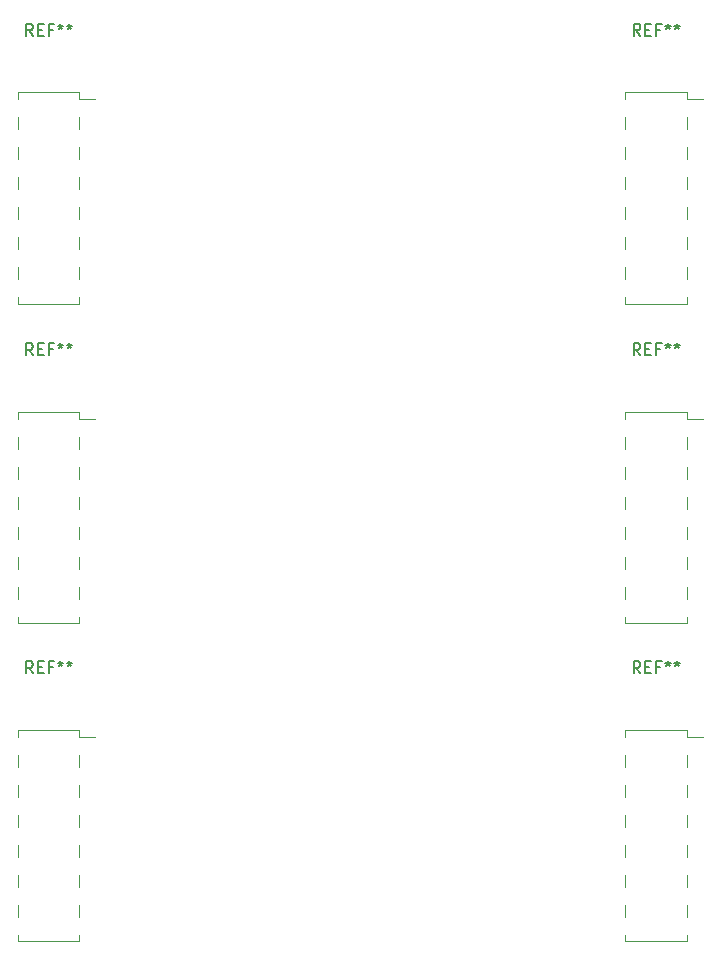
<source format=gbr>
%TF.GenerationSoftware,KiCad,Pcbnew,(5.1.6)-1*%
%TF.CreationDate,2022-05-27T14:46:48-04:00*%
%TF.ProjectId,sensor_v1,73656e73-6f72-45f7-9631-2e6b69636164,rev?*%
%TF.SameCoordinates,Original*%
%TF.FileFunction,Legend,Top*%
%TF.FilePolarity,Positive*%
%FSLAX46Y46*%
G04 Gerber Fmt 4.6, Leading zero omitted, Abs format (unit mm)*
G04 Created by KiCad (PCBNEW (5.1.6)-1) date 2022-05-27 14:46:48*
%MOMM*%
%LPD*%
G01*
G04 APERTURE LIST*
%ADD10C,0.120000*%
%ADD11C,0.150000*%
G04 APERTURE END LIST*
D10*
%TO.C,REF\u002A\u002A*%
X149292000Y-74997000D02*
X154492000Y-74997000D01*
X154492000Y-74997000D02*
X154492000Y-75567000D01*
X154492000Y-77087000D02*
X154492000Y-78107000D01*
X154492000Y-79627000D02*
X154492000Y-80647000D01*
X154492000Y-82167000D02*
X154492000Y-83187000D01*
X154492000Y-84707000D02*
X154492000Y-85727000D01*
X154492000Y-87247000D02*
X154492000Y-88267000D01*
X154492000Y-89787000D02*
X154492000Y-90807000D01*
X154492000Y-92327000D02*
X154492000Y-92897000D01*
X149292000Y-92897000D02*
X154492000Y-92897000D01*
X149292000Y-74997000D02*
X149292000Y-75567000D01*
X149292000Y-77087000D02*
X149292000Y-78107000D01*
X149292000Y-79627000D02*
X149292000Y-80647000D01*
X149292000Y-82167000D02*
X149292000Y-83187000D01*
X149292000Y-84707000D02*
X149292000Y-85727000D01*
X149292000Y-87247000D02*
X149292000Y-88267000D01*
X149292000Y-89787000D02*
X149292000Y-90807000D01*
X149292000Y-92327000D02*
X149292000Y-92897000D01*
X154492000Y-75567000D02*
X155852000Y-75567000D01*
X149292000Y-101921000D02*
X154492000Y-101921000D01*
X154492000Y-101921000D02*
X154492000Y-102491000D01*
X154492000Y-104011000D02*
X154492000Y-105031000D01*
X154492000Y-106551000D02*
X154492000Y-107571000D01*
X154492000Y-109091000D02*
X154492000Y-110111000D01*
X154492000Y-111631000D02*
X154492000Y-112651000D01*
X154492000Y-114171000D02*
X154492000Y-115191000D01*
X154492000Y-116711000D02*
X154492000Y-117731000D01*
X154492000Y-119251000D02*
X154492000Y-119821000D01*
X149292000Y-119821000D02*
X154492000Y-119821000D01*
X149292000Y-101921000D02*
X149292000Y-102491000D01*
X149292000Y-104011000D02*
X149292000Y-105031000D01*
X149292000Y-106551000D02*
X149292000Y-107571000D01*
X149292000Y-109091000D02*
X149292000Y-110111000D01*
X149292000Y-111631000D02*
X149292000Y-112651000D01*
X149292000Y-114171000D02*
X149292000Y-115191000D01*
X149292000Y-116711000D02*
X149292000Y-117731000D01*
X149292000Y-119251000D02*
X149292000Y-119821000D01*
X154492000Y-102491000D02*
X155852000Y-102491000D01*
X149292000Y-47946000D02*
X154492000Y-47946000D01*
X154492000Y-47946000D02*
X154492000Y-48516000D01*
X154492000Y-50036000D02*
X154492000Y-51056000D01*
X154492000Y-52576000D02*
X154492000Y-53596000D01*
X154492000Y-55116000D02*
X154492000Y-56136000D01*
X154492000Y-57656000D02*
X154492000Y-58676000D01*
X154492000Y-60196000D02*
X154492000Y-61216000D01*
X154492000Y-62736000D02*
X154492000Y-63756000D01*
X154492000Y-65276000D02*
X154492000Y-65846000D01*
X149292000Y-65846000D02*
X154492000Y-65846000D01*
X149292000Y-47946000D02*
X149292000Y-48516000D01*
X149292000Y-50036000D02*
X149292000Y-51056000D01*
X149292000Y-52576000D02*
X149292000Y-53596000D01*
X149292000Y-55116000D02*
X149292000Y-56136000D01*
X149292000Y-57656000D02*
X149292000Y-58676000D01*
X149292000Y-60196000D02*
X149292000Y-61216000D01*
X149292000Y-62736000D02*
X149292000Y-63756000D01*
X149292000Y-65276000D02*
X149292000Y-65846000D01*
X154492000Y-48516000D02*
X155852000Y-48516000D01*
X97857000Y-101921000D02*
X103057000Y-101921000D01*
X103057000Y-101921000D02*
X103057000Y-102491000D01*
X103057000Y-104011000D02*
X103057000Y-105031000D01*
X103057000Y-106551000D02*
X103057000Y-107571000D01*
X103057000Y-109091000D02*
X103057000Y-110111000D01*
X103057000Y-111631000D02*
X103057000Y-112651000D01*
X103057000Y-114171000D02*
X103057000Y-115191000D01*
X103057000Y-116711000D02*
X103057000Y-117731000D01*
X103057000Y-119251000D02*
X103057000Y-119821000D01*
X97857000Y-119821000D02*
X103057000Y-119821000D01*
X97857000Y-101921000D02*
X97857000Y-102491000D01*
X97857000Y-104011000D02*
X97857000Y-105031000D01*
X97857000Y-106551000D02*
X97857000Y-107571000D01*
X97857000Y-109091000D02*
X97857000Y-110111000D01*
X97857000Y-111631000D02*
X97857000Y-112651000D01*
X97857000Y-114171000D02*
X97857000Y-115191000D01*
X97857000Y-116711000D02*
X97857000Y-117731000D01*
X97857000Y-119251000D02*
X97857000Y-119821000D01*
X103057000Y-102491000D02*
X104417000Y-102491000D01*
X97857000Y-74997000D02*
X103057000Y-74997000D01*
X103057000Y-74997000D02*
X103057000Y-75567000D01*
X103057000Y-77087000D02*
X103057000Y-78107000D01*
X103057000Y-79627000D02*
X103057000Y-80647000D01*
X103057000Y-82167000D02*
X103057000Y-83187000D01*
X103057000Y-84707000D02*
X103057000Y-85727000D01*
X103057000Y-87247000D02*
X103057000Y-88267000D01*
X103057000Y-89787000D02*
X103057000Y-90807000D01*
X103057000Y-92327000D02*
X103057000Y-92897000D01*
X97857000Y-92897000D02*
X103057000Y-92897000D01*
X97857000Y-74997000D02*
X97857000Y-75567000D01*
X97857000Y-77087000D02*
X97857000Y-78107000D01*
X97857000Y-79627000D02*
X97857000Y-80647000D01*
X97857000Y-82167000D02*
X97857000Y-83187000D01*
X97857000Y-84707000D02*
X97857000Y-85727000D01*
X97857000Y-87247000D02*
X97857000Y-88267000D01*
X97857000Y-89787000D02*
X97857000Y-90807000D01*
X97857000Y-92327000D02*
X97857000Y-92897000D01*
X103057000Y-75567000D02*
X104417000Y-75567000D01*
X97857000Y-47946000D02*
X103057000Y-47946000D01*
X103057000Y-47946000D02*
X103057000Y-48516000D01*
X103057000Y-50036000D02*
X103057000Y-51056000D01*
X103057000Y-52576000D02*
X103057000Y-53596000D01*
X103057000Y-55116000D02*
X103057000Y-56136000D01*
X103057000Y-57656000D02*
X103057000Y-58676000D01*
X103057000Y-60196000D02*
X103057000Y-61216000D01*
X103057000Y-62736000D02*
X103057000Y-63756000D01*
X103057000Y-65276000D02*
X103057000Y-65846000D01*
X97857000Y-65846000D02*
X103057000Y-65846000D01*
X97857000Y-47946000D02*
X97857000Y-48516000D01*
X97857000Y-50036000D02*
X97857000Y-51056000D01*
X97857000Y-52576000D02*
X97857000Y-53596000D01*
X97857000Y-55116000D02*
X97857000Y-56136000D01*
X97857000Y-57656000D02*
X97857000Y-58676000D01*
X97857000Y-60196000D02*
X97857000Y-61216000D01*
X97857000Y-62736000D02*
X97857000Y-63756000D01*
X97857000Y-65276000D02*
X97857000Y-65846000D01*
X103057000Y-48516000D02*
X104417000Y-48516000D01*
D11*
X150558666Y-70199380D02*
X150225333Y-69723190D01*
X149987238Y-70199380D02*
X149987238Y-69199380D01*
X150368190Y-69199380D01*
X150463428Y-69247000D01*
X150511047Y-69294619D01*
X150558666Y-69389857D01*
X150558666Y-69532714D01*
X150511047Y-69627952D01*
X150463428Y-69675571D01*
X150368190Y-69723190D01*
X149987238Y-69723190D01*
X150987238Y-69675571D02*
X151320571Y-69675571D01*
X151463428Y-70199380D02*
X150987238Y-70199380D01*
X150987238Y-69199380D01*
X151463428Y-69199380D01*
X152225333Y-69675571D02*
X151892000Y-69675571D01*
X151892000Y-70199380D02*
X151892000Y-69199380D01*
X152368190Y-69199380D01*
X152892000Y-69199380D02*
X152892000Y-69437476D01*
X152653904Y-69342238D02*
X152892000Y-69437476D01*
X153130095Y-69342238D01*
X152749142Y-69627952D02*
X152892000Y-69437476D01*
X153034857Y-69627952D01*
X153653904Y-69199380D02*
X153653904Y-69437476D01*
X153415809Y-69342238D02*
X153653904Y-69437476D01*
X153892000Y-69342238D01*
X153511047Y-69627952D02*
X153653904Y-69437476D01*
X153796761Y-69627952D01*
X150558666Y-97123380D02*
X150225333Y-96647190D01*
X149987238Y-97123380D02*
X149987238Y-96123380D01*
X150368190Y-96123380D01*
X150463428Y-96171000D01*
X150511047Y-96218619D01*
X150558666Y-96313857D01*
X150558666Y-96456714D01*
X150511047Y-96551952D01*
X150463428Y-96599571D01*
X150368190Y-96647190D01*
X149987238Y-96647190D01*
X150987238Y-96599571D02*
X151320571Y-96599571D01*
X151463428Y-97123380D02*
X150987238Y-97123380D01*
X150987238Y-96123380D01*
X151463428Y-96123380D01*
X152225333Y-96599571D02*
X151892000Y-96599571D01*
X151892000Y-97123380D02*
X151892000Y-96123380D01*
X152368190Y-96123380D01*
X152892000Y-96123380D02*
X152892000Y-96361476D01*
X152653904Y-96266238D02*
X152892000Y-96361476D01*
X153130095Y-96266238D01*
X152749142Y-96551952D02*
X152892000Y-96361476D01*
X153034857Y-96551952D01*
X153653904Y-96123380D02*
X153653904Y-96361476D01*
X153415809Y-96266238D02*
X153653904Y-96361476D01*
X153892000Y-96266238D01*
X153511047Y-96551952D02*
X153653904Y-96361476D01*
X153796761Y-96551952D01*
X150558666Y-43148380D02*
X150225333Y-42672190D01*
X149987238Y-43148380D02*
X149987238Y-42148380D01*
X150368190Y-42148380D01*
X150463428Y-42196000D01*
X150511047Y-42243619D01*
X150558666Y-42338857D01*
X150558666Y-42481714D01*
X150511047Y-42576952D01*
X150463428Y-42624571D01*
X150368190Y-42672190D01*
X149987238Y-42672190D01*
X150987238Y-42624571D02*
X151320571Y-42624571D01*
X151463428Y-43148380D02*
X150987238Y-43148380D01*
X150987238Y-42148380D01*
X151463428Y-42148380D01*
X152225333Y-42624571D02*
X151892000Y-42624571D01*
X151892000Y-43148380D02*
X151892000Y-42148380D01*
X152368190Y-42148380D01*
X152892000Y-42148380D02*
X152892000Y-42386476D01*
X152653904Y-42291238D02*
X152892000Y-42386476D01*
X153130095Y-42291238D01*
X152749142Y-42576952D02*
X152892000Y-42386476D01*
X153034857Y-42576952D01*
X153653904Y-42148380D02*
X153653904Y-42386476D01*
X153415809Y-42291238D02*
X153653904Y-42386476D01*
X153892000Y-42291238D01*
X153511047Y-42576952D02*
X153653904Y-42386476D01*
X153796761Y-42576952D01*
X99123666Y-97123380D02*
X98790333Y-96647190D01*
X98552238Y-97123380D02*
X98552238Y-96123380D01*
X98933190Y-96123380D01*
X99028428Y-96171000D01*
X99076047Y-96218619D01*
X99123666Y-96313857D01*
X99123666Y-96456714D01*
X99076047Y-96551952D01*
X99028428Y-96599571D01*
X98933190Y-96647190D01*
X98552238Y-96647190D01*
X99552238Y-96599571D02*
X99885571Y-96599571D01*
X100028428Y-97123380D02*
X99552238Y-97123380D01*
X99552238Y-96123380D01*
X100028428Y-96123380D01*
X100790333Y-96599571D02*
X100457000Y-96599571D01*
X100457000Y-97123380D02*
X100457000Y-96123380D01*
X100933190Y-96123380D01*
X101457000Y-96123380D02*
X101457000Y-96361476D01*
X101218904Y-96266238D02*
X101457000Y-96361476D01*
X101695095Y-96266238D01*
X101314142Y-96551952D02*
X101457000Y-96361476D01*
X101599857Y-96551952D01*
X102218904Y-96123380D02*
X102218904Y-96361476D01*
X101980809Y-96266238D02*
X102218904Y-96361476D01*
X102457000Y-96266238D01*
X102076047Y-96551952D02*
X102218904Y-96361476D01*
X102361761Y-96551952D01*
X99123666Y-70199380D02*
X98790333Y-69723190D01*
X98552238Y-70199380D02*
X98552238Y-69199380D01*
X98933190Y-69199380D01*
X99028428Y-69247000D01*
X99076047Y-69294619D01*
X99123666Y-69389857D01*
X99123666Y-69532714D01*
X99076047Y-69627952D01*
X99028428Y-69675571D01*
X98933190Y-69723190D01*
X98552238Y-69723190D01*
X99552238Y-69675571D02*
X99885571Y-69675571D01*
X100028428Y-70199380D02*
X99552238Y-70199380D01*
X99552238Y-69199380D01*
X100028428Y-69199380D01*
X100790333Y-69675571D02*
X100457000Y-69675571D01*
X100457000Y-70199380D02*
X100457000Y-69199380D01*
X100933190Y-69199380D01*
X101457000Y-69199380D02*
X101457000Y-69437476D01*
X101218904Y-69342238D02*
X101457000Y-69437476D01*
X101695095Y-69342238D01*
X101314142Y-69627952D02*
X101457000Y-69437476D01*
X101599857Y-69627952D01*
X102218904Y-69199380D02*
X102218904Y-69437476D01*
X101980809Y-69342238D02*
X102218904Y-69437476D01*
X102457000Y-69342238D01*
X102076047Y-69627952D02*
X102218904Y-69437476D01*
X102361761Y-69627952D01*
X99123666Y-43148380D02*
X98790333Y-42672190D01*
X98552238Y-43148380D02*
X98552238Y-42148380D01*
X98933190Y-42148380D01*
X99028428Y-42196000D01*
X99076047Y-42243619D01*
X99123666Y-42338857D01*
X99123666Y-42481714D01*
X99076047Y-42576952D01*
X99028428Y-42624571D01*
X98933190Y-42672190D01*
X98552238Y-42672190D01*
X99552238Y-42624571D02*
X99885571Y-42624571D01*
X100028428Y-43148380D02*
X99552238Y-43148380D01*
X99552238Y-42148380D01*
X100028428Y-42148380D01*
X100790333Y-42624571D02*
X100457000Y-42624571D01*
X100457000Y-43148380D02*
X100457000Y-42148380D01*
X100933190Y-42148380D01*
X101457000Y-42148380D02*
X101457000Y-42386476D01*
X101218904Y-42291238D02*
X101457000Y-42386476D01*
X101695095Y-42291238D01*
X101314142Y-42576952D02*
X101457000Y-42386476D01*
X101599857Y-42576952D01*
X102218904Y-42148380D02*
X102218904Y-42386476D01*
X101980809Y-42291238D02*
X102218904Y-42386476D01*
X102457000Y-42291238D01*
X102076047Y-42576952D02*
X102218904Y-42386476D01*
X102361761Y-42576952D01*
%TD*%
M02*

</source>
